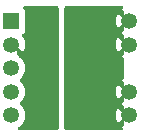
<source format=gbr>
%TF.GenerationSoftware,KiCad,Pcbnew,9.0.2+1*%
%TF.CreationDate,2025-07-23T10:28:33-05:00*%
%TF.ProjectId,MLX90632_Breakout,4d4c5839-3036-4333-925f-427265616b6f,rev?*%
%TF.SameCoordinates,Original*%
%TF.FileFunction,Copper,L2,Bot*%
%TF.FilePolarity,Positive*%
%FSLAX46Y46*%
G04 Gerber Fmt 4.6, Leading zero omitted, Abs format (unit mm)*
G04 Created by KiCad (PCBNEW 9.0.2+1) date 2025-07-23 10:28:33*
%MOMM*%
%LPD*%
G01*
G04 APERTURE LIST*
%TA.AperFunction,ComponentPad*%
%ADD10R,1.350000X1.350000*%
%TD*%
%TA.AperFunction,ComponentPad*%
%ADD11C,1.350000*%
%TD*%
%TA.AperFunction,ViaPad*%
%ADD12C,0.600000*%
%TD*%
G04 APERTURE END LIST*
D10*
%TO.P,J1,1,Pin_1*%
%TO.N,/SDA*%
X25000000Y-26500000D03*
D11*
%TO.P,J1,2,Pin_2*%
%TO.N,+3V3*%
X25000000Y-28500000D03*
%TO.P,J1,3,Pin_3*%
%TO.N,GND*%
X25000000Y-30500000D03*
%TO.P,J1,4,Pin_4*%
%TO.N,/SCL*%
X25000000Y-32500000D03*
%TO.P,J1,5,Pin_5*%
%TO.N,/ADDR*%
X25000000Y-34500000D03*
%TD*%
%TO.P,J3,1,Pin_1*%
%TO.N,GND*%
X35000000Y-32500000D03*
%TO.P,J3,2,Pin_2*%
X35000000Y-34500000D03*
%TD*%
%TO.P,J2,1,Pin_1*%
%TO.N,GND*%
X35000000Y-26500000D03*
%TO.P,J2,2,Pin_2*%
X35000000Y-28500000D03*
%TD*%
D12*
%TO.N,GND*%
X31300000Y-34750000D03*
%TO.N,+3V3*%
X28000000Y-28250000D03*
X27000000Y-29750000D03*
X28000000Y-32750000D03*
X28700000Y-34750000D03*
%TO.N,GND*%
X30250000Y-30500000D03*
%TD*%
%TA.AperFunction,Conductor*%
%TO.N,+3V3*%
G36*
X28937539Y-25270185D02*
G01*
X28983294Y-25322989D01*
X28994500Y-25374500D01*
X28994500Y-34668647D01*
X28994649Y-34671677D01*
X28994600Y-34671679D01*
X28995000Y-34679809D01*
X28995000Y-34820187D01*
X28994601Y-34828315D01*
X28994649Y-34828318D01*
X28994500Y-34831348D01*
X28994500Y-35625500D01*
X28974815Y-35692539D01*
X28922011Y-35738294D01*
X28870500Y-35749500D01*
X25653477Y-35749500D01*
X25586438Y-35729815D01*
X25540683Y-35677011D01*
X25530739Y-35607853D01*
X25559764Y-35544297D01*
X25597182Y-35515015D01*
X25616096Y-35505378D01*
X25765787Y-35396621D01*
X25896621Y-35265787D01*
X26005378Y-35116096D01*
X26089379Y-34951235D01*
X26146555Y-34775264D01*
X26175500Y-34592514D01*
X26175500Y-34407486D01*
X26146555Y-34224736D01*
X26089379Y-34048765D01*
X26089379Y-34048764D01*
X26005377Y-33883903D01*
X25896621Y-33734213D01*
X25765787Y-33603379D01*
X25761576Y-33600319D01*
X25718909Y-33544994D01*
X25712926Y-33475381D01*
X25745529Y-33413585D01*
X25761570Y-33399684D01*
X25765787Y-33396621D01*
X25896621Y-33265787D01*
X26005378Y-33116096D01*
X26089379Y-32951235D01*
X26146555Y-32775264D01*
X26175500Y-32592514D01*
X26175500Y-32407486D01*
X26146555Y-32224736D01*
X26089379Y-32048765D01*
X26089379Y-32048764D01*
X26005377Y-31883903D01*
X25896621Y-31734213D01*
X25765787Y-31603379D01*
X25761576Y-31600319D01*
X25718909Y-31544994D01*
X25712926Y-31475381D01*
X25745529Y-31413585D01*
X25761570Y-31399684D01*
X25765787Y-31396621D01*
X25896621Y-31265787D01*
X26005378Y-31116096D01*
X26089379Y-30951235D01*
X26146555Y-30775264D01*
X26175500Y-30592514D01*
X26175500Y-30407486D01*
X26146555Y-30224736D01*
X26089379Y-30048765D01*
X26089379Y-30048764D01*
X26005377Y-29883903D01*
X25896621Y-29734213D01*
X25765787Y-29603379D01*
X25765786Y-29603378D01*
X25691165Y-29549162D01*
X25674368Y-29534477D01*
X25534816Y-29388322D01*
X25519405Y-29358480D01*
X25503334Y-29329048D01*
X25503104Y-29326915D01*
X25502757Y-29326242D01*
X25502885Y-29324881D01*
X25500500Y-29302690D01*
X25500500Y-28946308D01*
X25520185Y-28879269D01*
X25572989Y-28833514D01*
X25642147Y-28823570D01*
X25705703Y-28852595D01*
X25712182Y-28858627D01*
X25989984Y-29136430D01*
X26004942Y-29115845D01*
X26004947Y-29115836D01*
X26088915Y-28951043D01*
X26088916Y-28951040D01*
X26146066Y-28775147D01*
X26175000Y-28592473D01*
X26175000Y-28407526D01*
X26146066Y-28224852D01*
X26088916Y-28048959D01*
X26088915Y-28048956D01*
X26004947Y-27884161D01*
X25921054Y-27768691D01*
X25897574Y-27702884D01*
X25913400Y-27634831D01*
X25947058Y-27596542D01*
X26032546Y-27532546D01*
X26118796Y-27417331D01*
X26169091Y-27282483D01*
X26175500Y-27222873D01*
X26175499Y-25777128D01*
X26169091Y-25717517D01*
X26118796Y-25582669D01*
X26118795Y-25582668D01*
X26118793Y-25582664D01*
X26032547Y-25467455D01*
X26027273Y-25462181D01*
X25993788Y-25400858D01*
X25998772Y-25331166D01*
X26040644Y-25275233D01*
X26106108Y-25250816D01*
X26114954Y-25250500D01*
X28870500Y-25250500D01*
X28937539Y-25270185D01*
G37*
%TD.AperFunction*%
%TD*%
%TA.AperFunction,Conductor*%
%TO.N,GND*%
G36*
X34414664Y-25270185D02*
G01*
X34460419Y-25322989D01*
X34470363Y-25392147D01*
X34441338Y-25455703D01*
X34403920Y-25484985D01*
X34384169Y-25495048D01*
X34363568Y-25510015D01*
X34463181Y-25609627D01*
X34496666Y-25670950D01*
X34499500Y-25697309D01*
X34499500Y-26053691D01*
X34479815Y-26120730D01*
X34427011Y-26166485D01*
X34357853Y-26176429D01*
X34294297Y-26147404D01*
X34287819Y-26141372D01*
X34010015Y-25863568D01*
X33995049Y-25884167D01*
X33911084Y-26048956D01*
X33911083Y-26048959D01*
X33853933Y-26224852D01*
X33825000Y-26407526D01*
X33825000Y-26592473D01*
X33853933Y-26775147D01*
X33911083Y-26951040D01*
X33911084Y-26951043D01*
X33995050Y-27115834D01*
X34010015Y-27136430D01*
X34287819Y-26858627D01*
X34349142Y-26825142D01*
X34418833Y-26830126D01*
X34474767Y-26871997D01*
X34499184Y-26937462D01*
X34499500Y-26946308D01*
X34499500Y-27302689D01*
X34479815Y-27369728D01*
X34477710Y-27372896D01*
X34375398Y-27521844D01*
X34463181Y-27609627D01*
X34496666Y-27670950D01*
X34499500Y-27697309D01*
X34499500Y-28053691D01*
X34479815Y-28120730D01*
X34427011Y-28166485D01*
X34357853Y-28176429D01*
X34294297Y-28147404D01*
X34287819Y-28141372D01*
X34010015Y-27863568D01*
X33995049Y-27884167D01*
X33911084Y-28048956D01*
X33911083Y-28048959D01*
X33853933Y-28224852D01*
X33825000Y-28407526D01*
X33825000Y-28592473D01*
X33853933Y-28775147D01*
X33911083Y-28951040D01*
X33911084Y-28951043D01*
X33995050Y-29115834D01*
X34010015Y-29136430D01*
X34287819Y-28858627D01*
X34349142Y-28825142D01*
X34418833Y-28830126D01*
X34474767Y-28871997D01*
X34499184Y-28937462D01*
X34499500Y-28946308D01*
X34499500Y-29302689D01*
X34479815Y-29369728D01*
X34463181Y-29390370D01*
X34363567Y-29489983D01*
X34384165Y-29504949D01*
X34431793Y-29529216D01*
X34482590Y-29577190D01*
X34499500Y-29639702D01*
X34499500Y-31360296D01*
X34479815Y-31427335D01*
X34431796Y-31470780D01*
X34384172Y-31495046D01*
X34363568Y-31510015D01*
X34463181Y-31609627D01*
X34496666Y-31670950D01*
X34499500Y-31697309D01*
X34499500Y-32053691D01*
X34479815Y-32120730D01*
X34427011Y-32166485D01*
X34357853Y-32176429D01*
X34294297Y-32147404D01*
X34287819Y-32141372D01*
X34010015Y-31863568D01*
X33995049Y-31884167D01*
X33911084Y-32048956D01*
X33911083Y-32048959D01*
X33853933Y-32224852D01*
X33825000Y-32407526D01*
X33825000Y-32592473D01*
X33853933Y-32775147D01*
X33911083Y-32951040D01*
X33911084Y-32951043D01*
X33995050Y-33115834D01*
X34010015Y-33136430D01*
X34287819Y-32858627D01*
X34349142Y-32825142D01*
X34418833Y-32830126D01*
X34474767Y-32871997D01*
X34499184Y-32937462D01*
X34499500Y-32946308D01*
X34499500Y-33302689D01*
X34479815Y-33369728D01*
X34477710Y-33372896D01*
X34375398Y-33521844D01*
X34463181Y-33609627D01*
X34496666Y-33670950D01*
X34499500Y-33697309D01*
X34499500Y-34053691D01*
X34479815Y-34120730D01*
X34427011Y-34166485D01*
X34357853Y-34176429D01*
X34294297Y-34147404D01*
X34287819Y-34141372D01*
X34010015Y-33863568D01*
X33995049Y-33884167D01*
X33911084Y-34048956D01*
X33911083Y-34048959D01*
X33853933Y-34224852D01*
X33825000Y-34407526D01*
X33825000Y-34592473D01*
X33853933Y-34775147D01*
X33911083Y-34951040D01*
X33911084Y-34951043D01*
X33995050Y-35115834D01*
X34010015Y-35136430D01*
X34287819Y-34858627D01*
X34349142Y-34825142D01*
X34418833Y-34830126D01*
X34474767Y-34871997D01*
X34499184Y-34937462D01*
X34499500Y-34946308D01*
X34499500Y-35302689D01*
X34479815Y-35369728D01*
X34463181Y-35390370D01*
X34363567Y-35489983D01*
X34384166Y-35504949D01*
X34403920Y-35515015D01*
X34454716Y-35562989D01*
X34471511Y-35630810D01*
X34448974Y-35696945D01*
X34394259Y-35740397D01*
X34347625Y-35749500D01*
X29624000Y-35749500D01*
X29556961Y-35729815D01*
X29511206Y-35677011D01*
X29500000Y-35625500D01*
X29500000Y-34831355D01*
X29500500Y-34828842D01*
X29500500Y-34671158D01*
X29500000Y-34668644D01*
X29500000Y-25374500D01*
X29519685Y-25307461D01*
X29572489Y-25261706D01*
X29624000Y-25250500D01*
X34347625Y-25250500D01*
X34414664Y-25270185D01*
G37*
%TD.AperFunction*%
%TD*%
M02*

</source>
